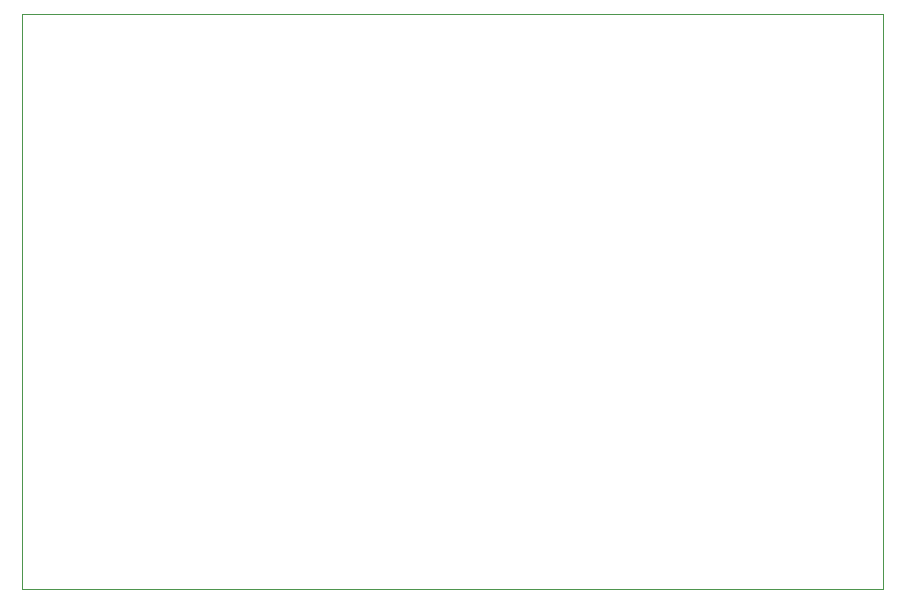
<source format=gbr>
%TF.GenerationSoftware,KiCad,Pcbnew,(6.0.10)*%
%TF.CreationDate,2023-01-21T20:33:25+05:30*%
%TF.ProjectId,Relay Module V2.3,52656c61-7920-44d6-9f64-756c65205632,rev?*%
%TF.SameCoordinates,Original*%
%TF.FileFunction,Profile,NP*%
%FSLAX46Y46*%
G04 Gerber Fmt 4.6, Leading zero omitted, Abs format (unit mm)*
G04 Created by KiCad (PCBNEW (6.0.10)) date 2023-01-21 20:33:25*
%MOMM*%
%LPD*%
G01*
G04 APERTURE LIST*
%TA.AperFunction,Profile*%
%ADD10C,0.100000*%
%TD*%
G04 APERTURE END LIST*
D10*
X249692000Y-82354000D02*
X176784000Y-82354000D01*
X176784000Y-82354000D02*
X176784000Y-131008000D01*
X176784000Y-131008000D02*
X249692000Y-131008000D01*
X249692000Y-131008000D02*
X249692000Y-82354000D01*
M02*

</source>
